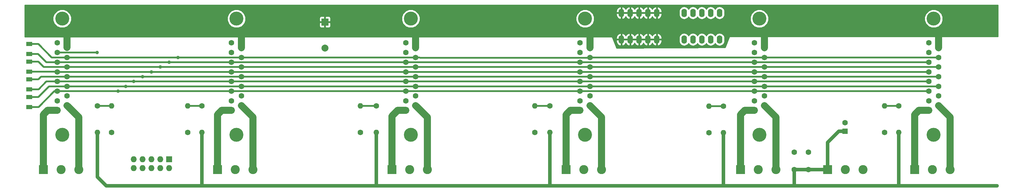
<source format=gbr>
G04 #@! TF.GenerationSoftware,KiCad,Pcbnew,(5.0.0-rc2-dev-444-g2974a2c10)*
G04 #@! TF.CreationDate,2018-06-15T13:24:22+02:00*
G04 #@! TF.ProjectId,BackplanePCB_solder,4261636B706C616E655043425F736F6C,rev?*
G04 #@! TF.SameCoordinates,Original*
G04 #@! TF.FileFunction,Copper,L1,Top,Signal*
G04 #@! TF.FilePolarity,Positive*
%FSLAX46Y46*%
G04 Gerber Fmt 4.6, Leading zero omitted, Abs format (unit mm)*
G04 Created by KiCad (PCBNEW (5.0.0-rc2-dev-444-g2974a2c10)) date 06/15/18 13:24:22*
%MOMM*%
%LPD*%
G01*
G04 APERTURE LIST*
%ADD10O,1.600000X2.400000*%
%ADD11R,1.600000X1.600000*%
%ADD12C,1.600000*%
%ADD13C,4.000000*%
%ADD14C,2.600000*%
%ADD15R,2.600000X2.600000*%
%ADD16R,1.727200X1.727200*%
%ADD17O,1.727200X1.727200*%
%ADD18O,1.600000X1.600000*%
%ADD19R,2.000000X2.000000*%
%ADD20C,2.000000*%
%ADD21R,1.800000X1.220000*%
%ADD22C,1.000000*%
%ADD23C,0.500000*%
%ADD24C,2.000000*%
%ADD25C,1.000000*%
%ADD26C,0.254000*%
G04 APERTURE END LIST*
D10*
X260000000Y-179000000D03*
X249840000Y-186620000D03*
X257460000Y-179000000D03*
X252380000Y-186620000D03*
X254920000Y-179000000D03*
X254920000Y-186620000D03*
X252380000Y-179000000D03*
X257460000Y-186620000D03*
X249840000Y-179000000D03*
X260000000Y-186620000D03*
X242000000Y-186620000D03*
X231840000Y-179000000D03*
X239460000Y-186620000D03*
X234380000Y-179000000D03*
X236920000Y-186620000D03*
X236920000Y-179000000D03*
X234380000Y-186620000D03*
X239460000Y-179000000D03*
X231840000Y-186620000D03*
X242000000Y-179000000D03*
D11*
X70000000Y-207000000D03*
D12*
X70000000Y-204230000D03*
X70000000Y-201460000D03*
X70000000Y-198690000D03*
X70000000Y-195920000D03*
X70000000Y-193150000D03*
X70000000Y-190380000D03*
X70000000Y-187610000D03*
X72840000Y-205615000D03*
X72840000Y-202845000D03*
X72840000Y-200075000D03*
X72840000Y-197305000D03*
X72840000Y-194535000D03*
X72840000Y-191765000D03*
X72840000Y-188995000D03*
D13*
X71420000Y-180655000D03*
X71420000Y-213955000D03*
D14*
X301160000Y-224000000D03*
X296080000Y-224000000D03*
D15*
X291000000Y-224000000D03*
D16*
X102108000Y-220980000D03*
D17*
X102108000Y-223520000D03*
X99568000Y-220980000D03*
X99568000Y-223520000D03*
X97028000Y-220980000D03*
X97028000Y-223520000D03*
X94488000Y-220980000D03*
X94488000Y-223520000D03*
X91948000Y-220980000D03*
X91948000Y-223520000D03*
D11*
X320000000Y-207000000D03*
D12*
X320000000Y-204230000D03*
X320000000Y-201460000D03*
X320000000Y-198690000D03*
X320000000Y-195920000D03*
X320000000Y-193150000D03*
X320000000Y-190380000D03*
X320000000Y-187610000D03*
X322840000Y-205615000D03*
X322840000Y-202845000D03*
X322840000Y-200075000D03*
X322840000Y-197305000D03*
X322840000Y-194535000D03*
X322840000Y-191765000D03*
X322840000Y-188995000D03*
D13*
X321420000Y-180655000D03*
X321420000Y-213955000D03*
X271420000Y-213955000D03*
X271420000Y-180655000D03*
D12*
X272840000Y-188995000D03*
X272840000Y-191765000D03*
X272840000Y-194535000D03*
X272840000Y-197305000D03*
X272840000Y-200075000D03*
X272840000Y-202845000D03*
X272840000Y-205615000D03*
X270000000Y-187610000D03*
X270000000Y-190380000D03*
X270000000Y-193150000D03*
X270000000Y-195920000D03*
X270000000Y-198690000D03*
X270000000Y-201460000D03*
X270000000Y-204230000D03*
D11*
X270000000Y-207000000D03*
X220000000Y-207000000D03*
D12*
X220000000Y-204230000D03*
X220000000Y-201460000D03*
X220000000Y-198690000D03*
X220000000Y-195920000D03*
X220000000Y-193150000D03*
X220000000Y-190380000D03*
X220000000Y-187610000D03*
X222840000Y-205615000D03*
X222840000Y-202845000D03*
X222840000Y-200075000D03*
X222840000Y-197305000D03*
X222840000Y-194535000D03*
X222840000Y-191765000D03*
X222840000Y-188995000D03*
D13*
X221420000Y-180655000D03*
X221420000Y-213955000D03*
X171420000Y-213955000D03*
X171420000Y-180655000D03*
D12*
X172840000Y-188995000D03*
X172840000Y-191765000D03*
X172840000Y-194535000D03*
X172840000Y-197305000D03*
X172840000Y-200075000D03*
X172840000Y-202845000D03*
X172840000Y-205615000D03*
X170000000Y-187610000D03*
X170000000Y-190380000D03*
X170000000Y-193150000D03*
X170000000Y-195920000D03*
X170000000Y-198690000D03*
X170000000Y-201460000D03*
X170000000Y-204230000D03*
D11*
X170000000Y-207000000D03*
X120000000Y-207000000D03*
D12*
X120000000Y-204230000D03*
X120000000Y-201460000D03*
X120000000Y-198690000D03*
X120000000Y-195920000D03*
X120000000Y-193150000D03*
X120000000Y-190380000D03*
X120000000Y-187610000D03*
X122840000Y-205615000D03*
X122840000Y-202845000D03*
X122840000Y-200075000D03*
X122840000Y-197305000D03*
X122840000Y-194535000D03*
X122840000Y-191765000D03*
X122840000Y-188995000D03*
D13*
X121420000Y-180655000D03*
X121420000Y-213955000D03*
D15*
X216000000Y-224000000D03*
D14*
X221080000Y-224000000D03*
X226160000Y-224000000D03*
D15*
X66000000Y-224000000D03*
D14*
X71080000Y-224000000D03*
X76160000Y-224000000D03*
D15*
X316000000Y-224000000D03*
D14*
X321080000Y-224000000D03*
X326160000Y-224000000D03*
D15*
X166000000Y-224000000D03*
D14*
X171080000Y-224000000D03*
X176160000Y-224000000D03*
X276160000Y-224000000D03*
X271080000Y-224000000D03*
D15*
X266000000Y-224000000D03*
D14*
X126160000Y-224000000D03*
X121080000Y-224000000D03*
D15*
X116000000Y-224000000D03*
D18*
X311404000Y-213314000D03*
D12*
X311404000Y-205694000D03*
D18*
X307340000Y-205694000D03*
D12*
X307340000Y-213314000D03*
X261112000Y-205740000D03*
D18*
X261112000Y-213360000D03*
X257000000Y-205740000D03*
D12*
X257000000Y-213360000D03*
X211328000Y-205694000D03*
D18*
X211328000Y-213314000D03*
D12*
X207010000Y-213314000D03*
D18*
X207010000Y-205694000D03*
X161544000Y-213314000D03*
D12*
X161544000Y-205694000D03*
X156972000Y-213314000D03*
D18*
X156972000Y-205694000D03*
X111506000Y-213314000D03*
D12*
X111506000Y-205694000D03*
X107442000Y-213314000D03*
D18*
X107442000Y-205694000D03*
X81534000Y-213314000D03*
D12*
X81534000Y-205694000D03*
X85598000Y-213314000D03*
D18*
X85598000Y-205694000D03*
D12*
X285496000Y-224000000D03*
X285496000Y-219000000D03*
X281432000Y-218948000D03*
X281432000Y-223948000D03*
D11*
X296000000Y-213000000D03*
D12*
X296000000Y-210500000D03*
D19*
X146812000Y-181610000D03*
D20*
X146812000Y-189110000D03*
D21*
X62008000Y-203132000D03*
X62008000Y-205992000D03*
X62008000Y-200912000D03*
X62008000Y-198052000D03*
X62008000Y-192972000D03*
X62008000Y-195832000D03*
X62008000Y-190752000D03*
X62008000Y-187892000D03*
D22*
X104648000Y-191765000D03*
X102108000Y-193150000D03*
X99568000Y-194535000D03*
X97028000Y-195920000D03*
X94488000Y-197305000D03*
X91948000Y-198690000D03*
X89662000Y-200075000D03*
X87503000Y-201460000D03*
X81414000Y-190380000D03*
D23*
X111506000Y-205694000D02*
X107442000Y-205694000D01*
X85598000Y-205694000D02*
X81534000Y-205694000D01*
X122840000Y-191765000D02*
X172840000Y-191765000D01*
X222708000Y-191897000D02*
X222840000Y-191765000D01*
X174103370Y-191897000D02*
X222708000Y-191897000D01*
X173971370Y-191765000D02*
X174103370Y-191897000D01*
X172840000Y-191765000D02*
X173971370Y-191765000D01*
X270465002Y-191765000D02*
X272840000Y-191765000D01*
X222840000Y-191765000D02*
X270465002Y-191765000D01*
X320465002Y-191765000D02*
X322840000Y-191765000D01*
X272840000Y-191765000D02*
X320465002Y-191765000D01*
X72840000Y-191765000D02*
X101092000Y-191765000D01*
X104648000Y-191765000D02*
X122840000Y-191765000D01*
X101092000Y-191765000D02*
X104648000Y-191765000D01*
X71708630Y-191765000D02*
X72840000Y-191765000D01*
X68448000Y-191765000D02*
X71708630Y-191765000D01*
X62008000Y-187892000D02*
X64575000Y-187892000D01*
X64575000Y-187892000D02*
X68448000Y-191765000D01*
X120000000Y-193150000D02*
X170000000Y-193150000D01*
X220000000Y-193150000D02*
X170000000Y-193150000D01*
X220000000Y-193150000D02*
X270000000Y-193150000D01*
X320000000Y-193150000D02*
X270000000Y-193150000D01*
X103124000Y-193150000D02*
X120000000Y-193150000D01*
X70000000Y-193150000D02*
X101092000Y-193150000D01*
X101092000Y-193150000D02*
X102108000Y-193150000D01*
X102108000Y-193150000D02*
X103124000Y-193150000D01*
X68868630Y-193150000D02*
X70000000Y-193150000D01*
X66912000Y-193150000D02*
X68868630Y-193150000D01*
X62008000Y-190752000D02*
X64514000Y-190752000D01*
X64514000Y-190752000D02*
X66912000Y-193150000D01*
X170465002Y-194535000D02*
X172840000Y-194535000D01*
X122840000Y-194535000D02*
X170465002Y-194535000D01*
X172840000Y-194535000D02*
X222840000Y-194535000D01*
X222840000Y-194535000D02*
X272840000Y-194535000D01*
X272840000Y-194535000D02*
X322840000Y-194535000D01*
X72840000Y-194535000D02*
X98552000Y-194535000D01*
X98552000Y-194535000D02*
X99568000Y-194535000D01*
X99568000Y-194535000D02*
X122840000Y-194535000D01*
X71708630Y-194535000D02*
X72840000Y-194535000D01*
X66138000Y-194535000D02*
X71708630Y-194535000D01*
X62008000Y-192972000D02*
X64575000Y-192972000D01*
X64575000Y-192972000D02*
X66138000Y-194535000D01*
X70000000Y-195920000D02*
X73305002Y-195920000D01*
X69912000Y-195832000D02*
X70000000Y-195920000D01*
X62008000Y-195832000D02*
X69912000Y-195832000D01*
X120000000Y-195920000D02*
X170000000Y-195920000D01*
X172374998Y-195920000D02*
X170000000Y-195920000D01*
X220000000Y-195920000D02*
X172374998Y-195920000D01*
X220000000Y-195920000D02*
X270000000Y-195920000D01*
X320000000Y-195920000D02*
X270000000Y-195920000D01*
X105156000Y-195920000D02*
X120000000Y-195920000D01*
X73305002Y-195920000D02*
X96012000Y-195920000D01*
X96012000Y-195920000D02*
X97028000Y-195920000D01*
X97028000Y-195920000D02*
X105156000Y-195920000D01*
X120465002Y-197305000D02*
X122840000Y-197305000D01*
X122840000Y-197305000D02*
X172840000Y-197305000D01*
X220465002Y-197305000D02*
X222840000Y-197305000D01*
X172840000Y-197305000D02*
X220465002Y-197305000D01*
X270465002Y-197305000D02*
X272840000Y-197305000D01*
X222840000Y-197305000D02*
X270465002Y-197305000D01*
X272840000Y-197305000D02*
X322840000Y-197305000D01*
X96012000Y-197305000D02*
X120465002Y-197305000D01*
X72840000Y-197305000D02*
X93472000Y-197305000D01*
X93472000Y-197305000D02*
X94488000Y-197305000D01*
X94488000Y-197305000D02*
X96012000Y-197305000D01*
X71708630Y-197305000D02*
X72840000Y-197305000D01*
X65331000Y-197305000D02*
X71708630Y-197305000D01*
X62008000Y-198052000D02*
X64584000Y-198052000D01*
X64584000Y-198052000D02*
X65331000Y-197305000D01*
X121131370Y-198690000D02*
X170000000Y-198690000D01*
X120000000Y-198690000D02*
X121131370Y-198690000D01*
X170000000Y-198690000D02*
X220000000Y-198690000D01*
X220000000Y-198690000D02*
X270000000Y-198690000D01*
X320000000Y-198690000D02*
X270000000Y-198690000D01*
X70000000Y-198690000D02*
X87630000Y-198690000D01*
X87630000Y-198690000D02*
X90932000Y-198690000D01*
X90932000Y-198690000D02*
X91948000Y-198690000D01*
X91948000Y-198690000D02*
X120000000Y-198690000D01*
X66867000Y-198690000D02*
X70000000Y-198690000D01*
X62008000Y-200912000D02*
X64645000Y-200912000D01*
X64645000Y-200912000D02*
X66867000Y-198690000D01*
X71708630Y-200075000D02*
X72840000Y-200075000D01*
X67641000Y-200075000D02*
X71708630Y-200075000D01*
X62008000Y-203132000D02*
X64584000Y-203132000D01*
X64584000Y-203132000D02*
X67641000Y-200075000D01*
X122840000Y-200075000D02*
X172840000Y-200075000D01*
X222840000Y-200075000D02*
X172840000Y-200075000D01*
X222840000Y-200075000D02*
X272840000Y-200075000D01*
X272840000Y-200075000D02*
X322840000Y-200075000D01*
X89129410Y-200075000D02*
X89128600Y-200075810D01*
X89127790Y-200075000D02*
X89128600Y-200075810D01*
X72840000Y-200075000D02*
X89127790Y-200075000D01*
X122840000Y-200075000D02*
X89662000Y-200075000D01*
X89662000Y-200075000D02*
X89129410Y-200075000D01*
X120000000Y-201460000D02*
X170000000Y-201460000D01*
X171131370Y-201460000D02*
X220000000Y-201460000D01*
X170000000Y-201460000D02*
X171131370Y-201460000D01*
X220000000Y-201460000D02*
X270000000Y-201460000D01*
X320000000Y-201460000D02*
X270000000Y-201460000D01*
X89408000Y-201460000D02*
X120000000Y-201460000D01*
X70000000Y-201460000D02*
X87426800Y-201460000D01*
X87503000Y-201460000D02*
X89408000Y-201460000D01*
X87426800Y-201460000D02*
X87503000Y-201460000D01*
X69177000Y-201460000D02*
X70000000Y-201460000D01*
X62008000Y-205992000D02*
X64645000Y-205992000D01*
X64645000Y-205992000D02*
X69177000Y-201460000D01*
D24*
X72840000Y-184658000D02*
X72840000Y-188929990D01*
X122840000Y-188995000D02*
X122840000Y-184658000D01*
X122840000Y-184658000D02*
X72840000Y-184658000D01*
X172840000Y-187863630D02*
X172840000Y-188995000D01*
X122840000Y-184658000D02*
X172840000Y-184658000D01*
X172840000Y-184658000D02*
X172840000Y-187863630D01*
X222840000Y-187863630D02*
X222840000Y-188995000D01*
X172840000Y-184658000D02*
X222840000Y-184658000D01*
X222840000Y-184658000D02*
X222840000Y-187863630D01*
X272840000Y-187863630D02*
X272840000Y-188995000D01*
X227330000Y-184658000D02*
X228854000Y-183134000D01*
X222840000Y-184658000D02*
X227330000Y-184658000D01*
X228854000Y-183134000D02*
X264414000Y-183134000D01*
X264414000Y-183134000D02*
X265938000Y-184658000D01*
X265938000Y-184658000D02*
X272840000Y-184658000D01*
X272840000Y-184658000D02*
X272840000Y-187863630D01*
X322840000Y-187863630D02*
X322840000Y-188995000D01*
X272840000Y-184658000D02*
X322840000Y-184658000D01*
X322840000Y-184658000D02*
X322840000Y-187863630D01*
D25*
X291000000Y-224000000D02*
X285496000Y-224000000D01*
X285444000Y-223948000D02*
X285496000Y-224000000D01*
X291000000Y-221700000D02*
X291000000Y-224000000D01*
X291000000Y-216200000D02*
X291000000Y-221700000D01*
X294200000Y-213000000D02*
X291000000Y-216200000D01*
X296000000Y-213000000D02*
X294200000Y-213000000D01*
X161544000Y-214445370D02*
X161544000Y-213314000D01*
X161544000Y-228600000D02*
X161544000Y-214445370D01*
X281432000Y-223948000D02*
X281432000Y-228473000D01*
X281432000Y-228473000D02*
X281305000Y-228600000D01*
X111506000Y-213314000D02*
X111506000Y-228600000D01*
X111506000Y-228600000D02*
X161544000Y-228600000D01*
X211328000Y-214445370D02*
X211328000Y-228600000D01*
X211328000Y-213314000D02*
X211328000Y-214445370D01*
X211328000Y-228600000D02*
X161544000Y-228600000D01*
X281432000Y-223948000D02*
X283464000Y-223948000D01*
X283464000Y-223948000D02*
X285444000Y-223948000D01*
X311404000Y-228600000D02*
X281305000Y-228600000D01*
X311404000Y-213314000D02*
X311404000Y-228600000D01*
X84074000Y-228600000D02*
X111506000Y-228600000D01*
X81534000Y-213314000D02*
X81534000Y-226060000D01*
X81534000Y-226060000D02*
X84074000Y-228600000D01*
X261112000Y-214491370D02*
X261112000Y-228600000D01*
X261112000Y-213360000D02*
X261112000Y-214491370D01*
X281305000Y-228600000D02*
X261112000Y-228600000D01*
X261112000Y-228600000D02*
X211328000Y-228600000D01*
X339598000Y-228600000D02*
X311404000Y-228600000D01*
D24*
X317200000Y-207000000D02*
X320000000Y-207000000D01*
X316000000Y-208200000D02*
X317200000Y-207000000D01*
X316000000Y-224000000D02*
X316000000Y-208200000D01*
D23*
X307340000Y-205694000D02*
X311404000Y-205694000D01*
D24*
X326160000Y-208935000D02*
X322840000Y-205615000D01*
X326160000Y-224000000D02*
X326160000Y-208935000D01*
X276160000Y-208935000D02*
X272840000Y-205615000D01*
X276160000Y-224000000D02*
X276160000Y-208935000D01*
D23*
X261112000Y-205740000D02*
X256540000Y-205740000D01*
D24*
X267200000Y-207000000D02*
X270000000Y-207000000D01*
X266000000Y-208200000D02*
X267200000Y-207000000D01*
X266000000Y-224000000D02*
X266000000Y-208200000D01*
X217200000Y-207000000D02*
X220000000Y-207000000D01*
X216000000Y-208200000D02*
X217200000Y-207000000D01*
X216000000Y-224000000D02*
X216000000Y-208200000D01*
D23*
X207010000Y-205694000D02*
X211328000Y-205694000D01*
D24*
X226160000Y-208935000D02*
X226160000Y-224000000D01*
X222840000Y-205615000D02*
X226160000Y-208935000D01*
X176160000Y-208935000D02*
X176160000Y-224000000D01*
X172840000Y-205615000D02*
X176160000Y-208935000D01*
D23*
X156972000Y-205694000D02*
X161544000Y-205694000D01*
D24*
X166000000Y-208650000D02*
X166000000Y-224000000D01*
X170000000Y-207000000D02*
X167650000Y-207000000D01*
X167650000Y-207000000D02*
X166000000Y-208650000D01*
X117200000Y-207000000D02*
X120000000Y-207000000D01*
X116000000Y-208200000D02*
X117200000Y-207000000D01*
X116000000Y-224000000D02*
X116000000Y-208200000D01*
X126160000Y-208935000D02*
X126160000Y-224000000D01*
X122840000Y-205615000D02*
X126160000Y-208935000D01*
X66000000Y-220700000D02*
X66000000Y-224000000D01*
X66000000Y-208200000D02*
X66000000Y-220700000D01*
X67200000Y-207000000D02*
X66000000Y-208200000D01*
X70000000Y-207000000D02*
X67200000Y-207000000D01*
D23*
X70000000Y-190380000D02*
X81414000Y-190380000D01*
D24*
X76160000Y-208935000D02*
X76160000Y-224000000D01*
X72840000Y-205615000D02*
X76160000Y-208935000D01*
D26*
G36*
X339873000Y-185824429D02*
X262925508Y-185804772D01*
X262876905Y-185814427D01*
X262835696Y-185841947D01*
X262807284Y-185885300D01*
X261595650Y-188966860D01*
X230464381Y-189102622D01*
X229538177Y-186747000D01*
X230405000Y-186747000D01*
X230405000Y-187147000D01*
X230562834Y-187686483D01*
X230915104Y-188124500D01*
X231408181Y-188394367D01*
X231490961Y-188411904D01*
X231713000Y-188289915D01*
X231713000Y-186747000D01*
X231967000Y-186747000D01*
X231967000Y-188289915D01*
X232189039Y-188411904D01*
X232271819Y-188394367D01*
X232764896Y-188124500D01*
X233110000Y-187695393D01*
X233455104Y-188124500D01*
X233948181Y-188394367D01*
X234030961Y-188411904D01*
X234253000Y-188289915D01*
X234253000Y-186747000D01*
X234507000Y-186747000D01*
X234507000Y-188289915D01*
X234729039Y-188411904D01*
X234811819Y-188394367D01*
X235304896Y-188124500D01*
X235650000Y-187695393D01*
X235995104Y-188124500D01*
X236488181Y-188394367D01*
X236570961Y-188411904D01*
X236793000Y-188289915D01*
X236793000Y-186747000D01*
X237047000Y-186747000D01*
X237047000Y-188289915D01*
X237269039Y-188411904D01*
X237351819Y-188394367D01*
X237844896Y-188124500D01*
X238190000Y-187695393D01*
X238535104Y-188124500D01*
X239028181Y-188394367D01*
X239110961Y-188411904D01*
X239333000Y-188289915D01*
X239333000Y-186747000D01*
X239587000Y-186747000D01*
X239587000Y-188289915D01*
X239809039Y-188411904D01*
X239891819Y-188394367D01*
X240384896Y-188124500D01*
X240730000Y-187695393D01*
X241075104Y-188124500D01*
X241568181Y-188394367D01*
X241650961Y-188411904D01*
X241873000Y-188289915D01*
X241873000Y-186747000D01*
X242127000Y-186747000D01*
X242127000Y-188289915D01*
X242349039Y-188411904D01*
X242431819Y-188394367D01*
X242924896Y-188124500D01*
X243277166Y-187686483D01*
X243435000Y-187147000D01*
X243435000Y-186747000D01*
X242127000Y-186747000D01*
X241873000Y-186747000D01*
X239587000Y-186747000D01*
X239333000Y-186747000D01*
X237047000Y-186747000D01*
X236793000Y-186747000D01*
X234507000Y-186747000D01*
X234253000Y-186747000D01*
X231967000Y-186747000D01*
X231713000Y-186747000D01*
X230405000Y-186747000D01*
X229538177Y-186747000D01*
X229281031Y-186093000D01*
X230405000Y-186093000D01*
X230405000Y-186493000D01*
X231713000Y-186493000D01*
X231713000Y-184950085D01*
X231967000Y-184950085D01*
X231967000Y-186493000D01*
X234253000Y-186493000D01*
X234253000Y-184950085D01*
X234507000Y-184950085D01*
X234507000Y-186493000D01*
X236793000Y-186493000D01*
X236793000Y-184950085D01*
X237047000Y-184950085D01*
X237047000Y-186493000D01*
X239333000Y-186493000D01*
X239333000Y-184950085D01*
X239587000Y-184950085D01*
X239587000Y-186493000D01*
X241873000Y-186493000D01*
X241873000Y-184950085D01*
X242127000Y-184950085D01*
X242127000Y-186493000D01*
X243435000Y-186493000D01*
X243435000Y-186093000D01*
X243430807Y-186078667D01*
X248405000Y-186078667D01*
X248405000Y-187161332D01*
X248488260Y-187579908D01*
X248805423Y-188054576D01*
X249280091Y-188371740D01*
X249840000Y-188483113D01*
X250399908Y-188371740D01*
X250874576Y-188054577D01*
X251110000Y-187702241D01*
X251345423Y-188054576D01*
X251820091Y-188371740D01*
X252380000Y-188483113D01*
X252939908Y-188371740D01*
X253414576Y-188054577D01*
X253650000Y-187702241D01*
X253885423Y-188054576D01*
X254360091Y-188371740D01*
X254920000Y-188483113D01*
X255479908Y-188371740D01*
X255954576Y-188054577D01*
X256190000Y-187702241D01*
X256425423Y-188054576D01*
X256900091Y-188371740D01*
X257460000Y-188483113D01*
X258019908Y-188371740D01*
X258494576Y-188054577D01*
X258730000Y-187702241D01*
X258965423Y-188054576D01*
X259440091Y-188371740D01*
X260000000Y-188483113D01*
X260559908Y-188371740D01*
X261034576Y-188054577D01*
X261351740Y-187579909D01*
X261435000Y-187161333D01*
X261435000Y-186078668D01*
X261351740Y-185660091D01*
X261034577Y-185185423D01*
X260559909Y-184868260D01*
X260000000Y-184756887D01*
X259440092Y-184868260D01*
X258965424Y-185185423D01*
X258730000Y-185537759D01*
X258494577Y-185185423D01*
X258019909Y-184868260D01*
X257460000Y-184756887D01*
X256900092Y-184868260D01*
X256425424Y-185185423D01*
X256190000Y-185537759D01*
X255954577Y-185185423D01*
X255479909Y-184868260D01*
X254920000Y-184756887D01*
X254360092Y-184868260D01*
X253885424Y-185185423D01*
X253650000Y-185537759D01*
X253414577Y-185185423D01*
X252939909Y-184868260D01*
X252380000Y-184756887D01*
X251820092Y-184868260D01*
X251345424Y-185185423D01*
X251110000Y-185537759D01*
X250874577Y-185185423D01*
X250399909Y-184868260D01*
X249840000Y-184756887D01*
X249280092Y-184868260D01*
X248805424Y-185185423D01*
X248488260Y-185660091D01*
X248405000Y-186078667D01*
X243430807Y-186078667D01*
X243277166Y-185553517D01*
X242924896Y-185115500D01*
X242431819Y-184845633D01*
X242349039Y-184828096D01*
X242127000Y-184950085D01*
X241873000Y-184950085D01*
X241650961Y-184828096D01*
X241568181Y-184845633D01*
X241075104Y-185115500D01*
X240730000Y-185544607D01*
X240384896Y-185115500D01*
X239891819Y-184845633D01*
X239809039Y-184828096D01*
X239587000Y-184950085D01*
X239333000Y-184950085D01*
X239110961Y-184828096D01*
X239028181Y-184845633D01*
X238535104Y-185115500D01*
X238190000Y-185544607D01*
X237844896Y-185115500D01*
X237351819Y-184845633D01*
X237269039Y-184828096D01*
X237047000Y-184950085D01*
X236793000Y-184950085D01*
X236570961Y-184828096D01*
X236488181Y-184845633D01*
X235995104Y-185115500D01*
X235650000Y-185544607D01*
X235304896Y-185115500D01*
X234811819Y-184845633D01*
X234729039Y-184828096D01*
X234507000Y-184950085D01*
X234253000Y-184950085D01*
X234030961Y-184828096D01*
X233948181Y-184845633D01*
X233455104Y-185115500D01*
X233110000Y-185544607D01*
X232764896Y-185115500D01*
X232271819Y-184845633D01*
X232189039Y-184828096D01*
X231967000Y-184950085D01*
X231713000Y-184950085D01*
X231490961Y-184828096D01*
X231408181Y-184845633D01*
X230915104Y-185115500D01*
X230562834Y-185553517D01*
X230405000Y-186093000D01*
X229281031Y-186093000D01*
X229226192Y-185953528D01*
X229199411Y-185911835D01*
X229158714Y-185883565D01*
X229108000Y-185873000D01*
X60710000Y-185873000D01*
X60710000Y-180130866D01*
X68785000Y-180130866D01*
X68785000Y-181179134D01*
X69186155Y-182147608D01*
X69927392Y-182888845D01*
X70895866Y-183290000D01*
X71944134Y-183290000D01*
X72912608Y-182888845D01*
X73653845Y-182147608D01*
X74055000Y-181179134D01*
X74055000Y-180130866D01*
X118785000Y-180130866D01*
X118785000Y-181179134D01*
X119186155Y-182147608D01*
X119927392Y-182888845D01*
X120895866Y-183290000D01*
X121944134Y-183290000D01*
X122912608Y-182888845D01*
X123653845Y-182147608D01*
X123758167Y-181895750D01*
X145177000Y-181895750D01*
X145177000Y-182736309D01*
X145273673Y-182969698D01*
X145452301Y-183148327D01*
X145685690Y-183245000D01*
X146526250Y-183245000D01*
X146685000Y-183086250D01*
X146685000Y-181737000D01*
X146939000Y-181737000D01*
X146939000Y-183086250D01*
X147097750Y-183245000D01*
X147938310Y-183245000D01*
X148171699Y-183148327D01*
X148350327Y-182969698D01*
X148447000Y-182736309D01*
X148447000Y-181895750D01*
X148288250Y-181737000D01*
X146939000Y-181737000D01*
X146685000Y-181737000D01*
X145335750Y-181737000D01*
X145177000Y-181895750D01*
X123758167Y-181895750D01*
X124055000Y-181179134D01*
X124055000Y-180483691D01*
X145177000Y-180483691D01*
X145177000Y-181324250D01*
X145335750Y-181483000D01*
X146685000Y-181483000D01*
X146685000Y-180133750D01*
X146939000Y-180133750D01*
X146939000Y-181483000D01*
X148288250Y-181483000D01*
X148447000Y-181324250D01*
X148447000Y-180483691D01*
X148350327Y-180250302D01*
X148230892Y-180130866D01*
X168785000Y-180130866D01*
X168785000Y-181179134D01*
X169186155Y-182147608D01*
X169927392Y-182888845D01*
X170895866Y-183290000D01*
X171944134Y-183290000D01*
X172912608Y-182888845D01*
X173653845Y-182147608D01*
X174055000Y-181179134D01*
X174055000Y-180130866D01*
X218785000Y-180130866D01*
X218785000Y-181179134D01*
X219186155Y-182147608D01*
X219927392Y-182888845D01*
X220895866Y-183290000D01*
X221944134Y-183290000D01*
X222912608Y-182888845D01*
X223653845Y-182147608D01*
X224055000Y-181179134D01*
X224055000Y-180130866D01*
X223653845Y-179162392D01*
X223618453Y-179127000D01*
X230405000Y-179127000D01*
X230405000Y-179527000D01*
X230562834Y-180066483D01*
X230915104Y-180504500D01*
X231408181Y-180774367D01*
X231490961Y-180791904D01*
X231713000Y-180669915D01*
X231713000Y-179127000D01*
X231967000Y-179127000D01*
X231967000Y-180669915D01*
X232189039Y-180791904D01*
X232271819Y-180774367D01*
X232764896Y-180504500D01*
X233110000Y-180075393D01*
X233455104Y-180504500D01*
X233948181Y-180774367D01*
X234030961Y-180791904D01*
X234253000Y-180669915D01*
X234253000Y-179127000D01*
X234507000Y-179127000D01*
X234507000Y-180669915D01*
X234729039Y-180791904D01*
X234811819Y-180774367D01*
X235304896Y-180504500D01*
X235650000Y-180075393D01*
X235995104Y-180504500D01*
X236488181Y-180774367D01*
X236570961Y-180791904D01*
X236793000Y-180669915D01*
X236793000Y-179127000D01*
X237047000Y-179127000D01*
X237047000Y-180669915D01*
X237269039Y-180791904D01*
X237351819Y-180774367D01*
X237844896Y-180504500D01*
X238190000Y-180075393D01*
X238535104Y-180504500D01*
X239028181Y-180774367D01*
X239110961Y-180791904D01*
X239333000Y-180669915D01*
X239333000Y-179127000D01*
X239587000Y-179127000D01*
X239587000Y-180669915D01*
X239809039Y-180791904D01*
X239891819Y-180774367D01*
X240384896Y-180504500D01*
X240730000Y-180075393D01*
X241075104Y-180504500D01*
X241568181Y-180774367D01*
X241650961Y-180791904D01*
X241873000Y-180669915D01*
X241873000Y-179127000D01*
X242127000Y-179127000D01*
X242127000Y-180669915D01*
X242349039Y-180791904D01*
X242431819Y-180774367D01*
X242924896Y-180504500D01*
X243277166Y-180066483D01*
X243435000Y-179527000D01*
X243435000Y-179127000D01*
X242127000Y-179127000D01*
X241873000Y-179127000D01*
X239587000Y-179127000D01*
X239333000Y-179127000D01*
X237047000Y-179127000D01*
X236793000Y-179127000D01*
X234507000Y-179127000D01*
X234253000Y-179127000D01*
X231967000Y-179127000D01*
X231713000Y-179127000D01*
X230405000Y-179127000D01*
X223618453Y-179127000D01*
X222964453Y-178473000D01*
X230405000Y-178473000D01*
X230405000Y-178873000D01*
X231713000Y-178873000D01*
X231713000Y-177330085D01*
X231967000Y-177330085D01*
X231967000Y-178873000D01*
X234253000Y-178873000D01*
X234253000Y-177330085D01*
X234507000Y-177330085D01*
X234507000Y-178873000D01*
X236793000Y-178873000D01*
X236793000Y-177330085D01*
X237047000Y-177330085D01*
X237047000Y-178873000D01*
X239333000Y-178873000D01*
X239333000Y-177330085D01*
X239587000Y-177330085D01*
X239587000Y-178873000D01*
X241873000Y-178873000D01*
X241873000Y-177330085D01*
X242127000Y-177330085D01*
X242127000Y-178873000D01*
X243435000Y-178873000D01*
X243435000Y-178473000D01*
X243430807Y-178458667D01*
X248405000Y-178458667D01*
X248405000Y-179541332D01*
X248488260Y-179959908D01*
X248805423Y-180434576D01*
X249280091Y-180751740D01*
X249840000Y-180863113D01*
X250399908Y-180751740D01*
X250874576Y-180434577D01*
X251110000Y-180082241D01*
X251345423Y-180434576D01*
X251820091Y-180751740D01*
X252380000Y-180863113D01*
X252939908Y-180751740D01*
X253414576Y-180434577D01*
X253650000Y-180082241D01*
X253885423Y-180434576D01*
X254360091Y-180751740D01*
X254920000Y-180863113D01*
X255479908Y-180751740D01*
X255954576Y-180434577D01*
X256190000Y-180082241D01*
X256425423Y-180434576D01*
X256900091Y-180751740D01*
X257460000Y-180863113D01*
X258019908Y-180751740D01*
X258494576Y-180434577D01*
X258730000Y-180082241D01*
X258965423Y-180434576D01*
X259440091Y-180751740D01*
X260000000Y-180863113D01*
X260559908Y-180751740D01*
X261034576Y-180434577D01*
X261237509Y-180130866D01*
X268785000Y-180130866D01*
X268785000Y-181179134D01*
X269186155Y-182147608D01*
X269927392Y-182888845D01*
X270895866Y-183290000D01*
X271944134Y-183290000D01*
X272912608Y-182888845D01*
X273653845Y-182147608D01*
X274055000Y-181179134D01*
X274055000Y-180130866D01*
X318785000Y-180130866D01*
X318785000Y-181179134D01*
X319186155Y-182147608D01*
X319927392Y-182888845D01*
X320895866Y-183290000D01*
X321944134Y-183290000D01*
X322912608Y-182888845D01*
X323653845Y-182147608D01*
X324055000Y-181179134D01*
X324055000Y-180130866D01*
X323653845Y-179162392D01*
X322912608Y-178421155D01*
X321944134Y-178020000D01*
X320895866Y-178020000D01*
X319927392Y-178421155D01*
X319186155Y-179162392D01*
X318785000Y-180130866D01*
X274055000Y-180130866D01*
X273653845Y-179162392D01*
X272912608Y-178421155D01*
X271944134Y-178020000D01*
X270895866Y-178020000D01*
X269927392Y-178421155D01*
X269186155Y-179162392D01*
X268785000Y-180130866D01*
X261237509Y-180130866D01*
X261351740Y-179959909D01*
X261435000Y-179541333D01*
X261435000Y-178458668D01*
X261351740Y-178040091D01*
X261034577Y-177565423D01*
X260559909Y-177248260D01*
X260000000Y-177136887D01*
X259440092Y-177248260D01*
X258965424Y-177565423D01*
X258730000Y-177917759D01*
X258494577Y-177565423D01*
X258019909Y-177248260D01*
X257460000Y-177136887D01*
X256900092Y-177248260D01*
X256425424Y-177565423D01*
X256190000Y-177917759D01*
X255954577Y-177565423D01*
X255479909Y-177248260D01*
X254920000Y-177136887D01*
X254360092Y-177248260D01*
X253885424Y-177565423D01*
X253650000Y-177917759D01*
X253414577Y-177565423D01*
X252939909Y-177248260D01*
X252380000Y-177136887D01*
X251820092Y-177248260D01*
X251345424Y-177565423D01*
X251110000Y-177917759D01*
X250874577Y-177565423D01*
X250399909Y-177248260D01*
X249840000Y-177136887D01*
X249280092Y-177248260D01*
X248805424Y-177565423D01*
X248488260Y-178040091D01*
X248405000Y-178458667D01*
X243430807Y-178458667D01*
X243277166Y-177933517D01*
X242924896Y-177495500D01*
X242431819Y-177225633D01*
X242349039Y-177208096D01*
X242127000Y-177330085D01*
X241873000Y-177330085D01*
X241650961Y-177208096D01*
X241568181Y-177225633D01*
X241075104Y-177495500D01*
X240730000Y-177924607D01*
X240384896Y-177495500D01*
X239891819Y-177225633D01*
X239809039Y-177208096D01*
X239587000Y-177330085D01*
X239333000Y-177330085D01*
X239110961Y-177208096D01*
X239028181Y-177225633D01*
X238535104Y-177495500D01*
X238190000Y-177924607D01*
X237844896Y-177495500D01*
X237351819Y-177225633D01*
X237269039Y-177208096D01*
X237047000Y-177330085D01*
X236793000Y-177330085D01*
X236570961Y-177208096D01*
X236488181Y-177225633D01*
X235995104Y-177495500D01*
X235650000Y-177924607D01*
X235304896Y-177495500D01*
X234811819Y-177225633D01*
X234729039Y-177208096D01*
X234507000Y-177330085D01*
X234253000Y-177330085D01*
X234030961Y-177208096D01*
X233948181Y-177225633D01*
X233455104Y-177495500D01*
X233110000Y-177924607D01*
X232764896Y-177495500D01*
X232271819Y-177225633D01*
X232189039Y-177208096D01*
X231967000Y-177330085D01*
X231713000Y-177330085D01*
X231490961Y-177208096D01*
X231408181Y-177225633D01*
X230915104Y-177495500D01*
X230562834Y-177933517D01*
X230405000Y-178473000D01*
X222964453Y-178473000D01*
X222912608Y-178421155D01*
X221944134Y-178020000D01*
X220895866Y-178020000D01*
X219927392Y-178421155D01*
X219186155Y-179162392D01*
X218785000Y-180130866D01*
X174055000Y-180130866D01*
X173653845Y-179162392D01*
X172912608Y-178421155D01*
X171944134Y-178020000D01*
X170895866Y-178020000D01*
X169927392Y-178421155D01*
X169186155Y-179162392D01*
X168785000Y-180130866D01*
X148230892Y-180130866D01*
X148171699Y-180071673D01*
X147938310Y-179975000D01*
X147097750Y-179975000D01*
X146939000Y-180133750D01*
X146685000Y-180133750D01*
X146526250Y-179975000D01*
X145685690Y-179975000D01*
X145452301Y-180071673D01*
X145273673Y-180250302D01*
X145177000Y-180483691D01*
X124055000Y-180483691D01*
X124055000Y-180130866D01*
X123653845Y-179162392D01*
X122912608Y-178421155D01*
X121944134Y-178020000D01*
X120895866Y-178020000D01*
X119927392Y-178421155D01*
X119186155Y-179162392D01*
X118785000Y-180130866D01*
X74055000Y-180130866D01*
X73653845Y-179162392D01*
X72912608Y-178421155D01*
X71944134Y-178020000D01*
X70895866Y-178020000D01*
X69927392Y-178421155D01*
X69186155Y-179162392D01*
X68785000Y-180130866D01*
X60710000Y-180130866D01*
X60710000Y-176710000D01*
X339873000Y-176710000D01*
X339873000Y-185824429D01*
X339873000Y-185824429D01*
G37*
X339873000Y-185824429D02*
X262925508Y-185804772D01*
X262876905Y-185814427D01*
X262835696Y-185841947D01*
X262807284Y-185885300D01*
X261595650Y-188966860D01*
X230464381Y-189102622D01*
X229538177Y-186747000D01*
X230405000Y-186747000D01*
X230405000Y-187147000D01*
X230562834Y-187686483D01*
X230915104Y-188124500D01*
X231408181Y-188394367D01*
X231490961Y-188411904D01*
X231713000Y-188289915D01*
X231713000Y-186747000D01*
X231967000Y-186747000D01*
X231967000Y-188289915D01*
X232189039Y-188411904D01*
X232271819Y-188394367D01*
X232764896Y-188124500D01*
X233110000Y-187695393D01*
X233455104Y-188124500D01*
X233948181Y-188394367D01*
X234030961Y-188411904D01*
X234253000Y-188289915D01*
X234253000Y-186747000D01*
X234507000Y-186747000D01*
X234507000Y-188289915D01*
X234729039Y-188411904D01*
X234811819Y-188394367D01*
X235304896Y-188124500D01*
X235650000Y-187695393D01*
X235995104Y-188124500D01*
X236488181Y-188394367D01*
X236570961Y-188411904D01*
X236793000Y-188289915D01*
X236793000Y-186747000D01*
X237047000Y-186747000D01*
X237047000Y-188289915D01*
X237269039Y-188411904D01*
X237351819Y-188394367D01*
X237844896Y-188124500D01*
X238190000Y-187695393D01*
X238535104Y-188124500D01*
X239028181Y-188394367D01*
X239110961Y-188411904D01*
X239333000Y-188289915D01*
X239333000Y-186747000D01*
X239587000Y-186747000D01*
X239587000Y-188289915D01*
X239809039Y-188411904D01*
X239891819Y-188394367D01*
X240384896Y-188124500D01*
X240730000Y-187695393D01*
X241075104Y-188124500D01*
X241568181Y-188394367D01*
X241650961Y-188411904D01*
X241873000Y-188289915D01*
X241873000Y-186747000D01*
X242127000Y-186747000D01*
X242127000Y-188289915D01*
X242349039Y-188411904D01*
X242431819Y-188394367D01*
X242924896Y-188124500D01*
X243277166Y-187686483D01*
X243435000Y-187147000D01*
X243435000Y-186747000D01*
X242127000Y-186747000D01*
X241873000Y-186747000D01*
X239587000Y-186747000D01*
X239333000Y-186747000D01*
X237047000Y-186747000D01*
X236793000Y-186747000D01*
X234507000Y-186747000D01*
X234253000Y-186747000D01*
X231967000Y-186747000D01*
X231713000Y-186747000D01*
X230405000Y-186747000D01*
X229538177Y-186747000D01*
X229281031Y-186093000D01*
X230405000Y-186093000D01*
X230405000Y-186493000D01*
X231713000Y-186493000D01*
X231713000Y-184950085D01*
X231967000Y-184950085D01*
X231967000Y-186493000D01*
X234253000Y-186493000D01*
X234253000Y-184950085D01*
X234507000Y-184950085D01*
X234507000Y-186493000D01*
X236793000Y-186493000D01*
X236793000Y-184950085D01*
X237047000Y-184950085D01*
X237047000Y-186493000D01*
X239333000Y-186493000D01*
X239333000Y-184950085D01*
X239587000Y-184950085D01*
X239587000Y-186493000D01*
X241873000Y-186493000D01*
X241873000Y-184950085D01*
X242127000Y-184950085D01*
X242127000Y-186493000D01*
X243435000Y-186493000D01*
X243435000Y-186093000D01*
X243430807Y-186078667D01*
X248405000Y-186078667D01*
X248405000Y-187161332D01*
X248488260Y-187579908D01*
X248805423Y-188054576D01*
X249280091Y-188371740D01*
X249840000Y-188483113D01*
X250399908Y-188371740D01*
X250874576Y-188054577D01*
X251110000Y-187702241D01*
X251345423Y-188054576D01*
X251820091Y-188371740D01*
X252380000Y-188483113D01*
X252939908Y-188371740D01*
X253414576Y-188054577D01*
X253650000Y-187702241D01*
X253885423Y-188054576D01*
X254360091Y-188371740D01*
X254920000Y-188483113D01*
X255479908Y-188371740D01*
X255954576Y-188054577D01*
X256190000Y-187702241D01*
X256425423Y-188054576D01*
X256900091Y-188371740D01*
X257460000Y-188483113D01*
X258019908Y-188371740D01*
X258494576Y-188054577D01*
X258730000Y-187702241D01*
X258965423Y-188054576D01*
X259440091Y-188371740D01*
X260000000Y-188483113D01*
X260559908Y-188371740D01*
X261034576Y-188054577D01*
X261351740Y-187579909D01*
X261435000Y-187161333D01*
X261435000Y-186078668D01*
X261351740Y-185660091D01*
X261034577Y-185185423D01*
X260559909Y-184868260D01*
X260000000Y-184756887D01*
X259440092Y-184868260D01*
X258965424Y-185185423D01*
X258730000Y-185537759D01*
X258494577Y-185185423D01*
X258019909Y-184868260D01*
X257460000Y-184756887D01*
X256900092Y-184868260D01*
X256425424Y-185185423D01*
X256190000Y-185537759D01*
X255954577Y-185185423D01*
X255479909Y-184868260D01*
X254920000Y-184756887D01*
X254360092Y-184868260D01*
X253885424Y-185185423D01*
X253650000Y-185537759D01*
X253414577Y-185185423D01*
X252939909Y-184868260D01*
X252380000Y-184756887D01*
X251820092Y-184868260D01*
X251345424Y-185185423D01*
X251110000Y-185537759D01*
X250874577Y-185185423D01*
X250399909Y-184868260D01*
X249840000Y-184756887D01*
X249280092Y-184868260D01*
X248805424Y-185185423D01*
X248488260Y-185660091D01*
X248405000Y-186078667D01*
X243430807Y-186078667D01*
X243277166Y-185553517D01*
X242924896Y-185115500D01*
X242431819Y-184845633D01*
X242349039Y-184828096D01*
X242127000Y-184950085D01*
X241873000Y-184950085D01*
X241650961Y-184828096D01*
X241568181Y-184845633D01*
X241075104Y-185115500D01*
X240730000Y-185544607D01*
X240384896Y-185115500D01*
X239891819Y-184845633D01*
X239809039Y-184828096D01*
X239587000Y-184950085D01*
X239333000Y-184950085D01*
X239110961Y-184828096D01*
X239028181Y-184845633D01*
X238535104Y-185115500D01*
X238190000Y-185544607D01*
X237844896Y-185115500D01*
X237351819Y-184845633D01*
X237269039Y-184828096D01*
X237047000Y-184950085D01*
X236793000Y-184950085D01*
X236570961Y-184828096D01*
X236488181Y-184845633D01*
X235995104Y-185115500D01*
X235650000Y-185544607D01*
X235304896Y-185115500D01*
X234811819Y-184845633D01*
X234729039Y-184828096D01*
X234507000Y-184950085D01*
X234253000Y-184950085D01*
X234030961Y-184828096D01*
X233948181Y-184845633D01*
X233455104Y-185115500D01*
X233110000Y-185544607D01*
X232764896Y-185115500D01*
X232271819Y-184845633D01*
X232189039Y-184828096D01*
X231967000Y-184950085D01*
X231713000Y-184950085D01*
X231490961Y-184828096D01*
X231408181Y-184845633D01*
X230915104Y-185115500D01*
X230562834Y-185553517D01*
X230405000Y-186093000D01*
X229281031Y-186093000D01*
X229226192Y-185953528D01*
X229199411Y-185911835D01*
X229158714Y-185883565D01*
X229108000Y-185873000D01*
X60710000Y-185873000D01*
X60710000Y-180130866D01*
X68785000Y-180130866D01*
X68785000Y-181179134D01*
X69186155Y-182147608D01*
X69927392Y-182888845D01*
X70895866Y-183290000D01*
X71944134Y-183290000D01*
X72912608Y-182888845D01*
X73653845Y-182147608D01*
X74055000Y-181179134D01*
X74055000Y-180130866D01*
X118785000Y-180130866D01*
X118785000Y-181179134D01*
X119186155Y-182147608D01*
X119927392Y-182888845D01*
X120895866Y-183290000D01*
X121944134Y-183290000D01*
X122912608Y-182888845D01*
X123653845Y-182147608D01*
X123758167Y-181895750D01*
X145177000Y-181895750D01*
X145177000Y-182736309D01*
X145273673Y-182969698D01*
X145452301Y-183148327D01*
X145685690Y-183245000D01*
X146526250Y-183245000D01*
X146685000Y-183086250D01*
X146685000Y-181737000D01*
X146939000Y-181737000D01*
X146939000Y-183086250D01*
X147097750Y-183245000D01*
X147938310Y-183245000D01*
X148171699Y-183148327D01*
X148350327Y-182969698D01*
X148447000Y-182736309D01*
X148447000Y-181895750D01*
X148288250Y-181737000D01*
X146939000Y-181737000D01*
X146685000Y-181737000D01*
X145335750Y-181737000D01*
X145177000Y-181895750D01*
X123758167Y-181895750D01*
X124055000Y-181179134D01*
X124055000Y-180483691D01*
X145177000Y-180483691D01*
X145177000Y-181324250D01*
X145335750Y-181483000D01*
X146685000Y-181483000D01*
X146685000Y-180133750D01*
X146939000Y-180133750D01*
X146939000Y-181483000D01*
X148288250Y-181483000D01*
X148447000Y-181324250D01*
X148447000Y-180483691D01*
X148350327Y-180250302D01*
X148230892Y-180130866D01*
X168785000Y-180130866D01*
X168785000Y-181179134D01*
X169186155Y-182147608D01*
X169927392Y-182888845D01*
X170895866Y-183290000D01*
X171944134Y-183290000D01*
X172912608Y-182888845D01*
X173653845Y-182147608D01*
X174055000Y-181179134D01*
X174055000Y-180130866D01*
X218785000Y-180130866D01*
X218785000Y-181179134D01*
X219186155Y-182147608D01*
X219927392Y-182888845D01*
X220895866Y-183290000D01*
X221944134Y-183290000D01*
X222912608Y-182888845D01*
X223653845Y-182147608D01*
X224055000Y-181179134D01*
X224055000Y-180130866D01*
X223653845Y-179162392D01*
X223618453Y-179127000D01*
X230405000Y-179127000D01*
X230405000Y-179527000D01*
X230562834Y-180066483D01*
X230915104Y-180504500D01*
X231408181Y-180774367D01*
X231490961Y-180791904D01*
X231713000Y-180669915D01*
X231713000Y-179127000D01*
X231967000Y-179127000D01*
X231967000Y-180669915D01*
X232189039Y-180791904D01*
X232271819Y-180774367D01*
X232764896Y-180504500D01*
X233110000Y-180075393D01*
X233455104Y-180504500D01*
X233948181Y-180774367D01*
X234030961Y-180791904D01*
X234253000Y-180669915D01*
X234253000Y-179127000D01*
X234507000Y-179127000D01*
X234507000Y-180669915D01*
X234729039Y-180791904D01*
X234811819Y-180774367D01*
X235304896Y-180504500D01*
X235650000Y-180075393D01*
X235995104Y-180504500D01*
X236488181Y-180774367D01*
X236570961Y-180791904D01*
X236793000Y-180669915D01*
X236793000Y-179127000D01*
X237047000Y-179127000D01*
X237047000Y-180669915D01*
X237269039Y-180791904D01*
X237351819Y-180774367D01*
X237844896Y-180504500D01*
X238190000Y-180075393D01*
X238535104Y-180504500D01*
X239028181Y-180774367D01*
X239110961Y-180791904D01*
X239333000Y-180669915D01*
X239333000Y-179127000D01*
X239587000Y-179127000D01*
X239587000Y-180669915D01*
X239809039Y-180791904D01*
X239891819Y-180774367D01*
X240384896Y-180504500D01*
X240730000Y-180075393D01*
X241075104Y-180504500D01*
X241568181Y-180774367D01*
X241650961Y-180791904D01*
X241873000Y-180669915D01*
X241873000Y-179127000D01*
X242127000Y-179127000D01*
X242127000Y-180669915D01*
X242349039Y-180791904D01*
X242431819Y-180774367D01*
X242924896Y-180504500D01*
X243277166Y-180066483D01*
X243435000Y-179527000D01*
X243435000Y-179127000D01*
X242127000Y-179127000D01*
X241873000Y-179127000D01*
X239587000Y-179127000D01*
X239333000Y-179127000D01*
X237047000Y-179127000D01*
X236793000Y-179127000D01*
X234507000Y-179127000D01*
X234253000Y-179127000D01*
X231967000Y-179127000D01*
X231713000Y-179127000D01*
X230405000Y-179127000D01*
X223618453Y-179127000D01*
X222964453Y-178473000D01*
X230405000Y-178473000D01*
X230405000Y-178873000D01*
X231713000Y-178873000D01*
X231713000Y-177330085D01*
X231967000Y-177330085D01*
X231967000Y-178873000D01*
X234253000Y-178873000D01*
X234253000Y-177330085D01*
X234507000Y-177330085D01*
X234507000Y-178873000D01*
X236793000Y-178873000D01*
X236793000Y-177330085D01*
X237047000Y-177330085D01*
X237047000Y-178873000D01*
X239333000Y-178873000D01*
X239333000Y-177330085D01*
X239587000Y-177330085D01*
X239587000Y-178873000D01*
X241873000Y-178873000D01*
X241873000Y-177330085D01*
X242127000Y-177330085D01*
X242127000Y-178873000D01*
X243435000Y-178873000D01*
X243435000Y-178473000D01*
X243430807Y-178458667D01*
X248405000Y-178458667D01*
X248405000Y-179541332D01*
X248488260Y-179959908D01*
X248805423Y-180434576D01*
X249280091Y-180751740D01*
X249840000Y-180863113D01*
X250399908Y-180751740D01*
X250874576Y-180434577D01*
X251110000Y-180082241D01*
X251345423Y-180434576D01*
X251820091Y-180751740D01*
X252380000Y-180863113D01*
X252939908Y-180751740D01*
X253414576Y-180434577D01*
X253650000Y-180082241D01*
X253885423Y-180434576D01*
X254360091Y-180751740D01*
X254920000Y-180863113D01*
X255479908Y-180751740D01*
X255954576Y-180434577D01*
X256190000Y-180082241D01*
X256425423Y-180434576D01*
X256900091Y-180751740D01*
X257460000Y-180863113D01*
X258019908Y-180751740D01*
X258494576Y-180434577D01*
X258730000Y-180082241D01*
X258965423Y-180434576D01*
X259440091Y-180751740D01*
X260000000Y-180863113D01*
X260559908Y-180751740D01*
X261034576Y-180434577D01*
X261237509Y-180130866D01*
X268785000Y-180130866D01*
X268785000Y-181179134D01*
X269186155Y-182147608D01*
X269927392Y-182888845D01*
X270895866Y-183290000D01*
X271944134Y-183290000D01*
X272912608Y-182888845D01*
X273653845Y-182147608D01*
X274055000Y-181179134D01*
X274055000Y-180130866D01*
X318785000Y-180130866D01*
X318785000Y-181179134D01*
X319186155Y-182147608D01*
X319927392Y-182888845D01*
X320895866Y-183290000D01*
X321944134Y-183290000D01*
X322912608Y-182888845D01*
X323653845Y-182147608D01*
X324055000Y-181179134D01*
X324055000Y-180130866D01*
X323653845Y-179162392D01*
X322912608Y-178421155D01*
X321944134Y-178020000D01*
X320895866Y-178020000D01*
X319927392Y-178421155D01*
X319186155Y-179162392D01*
X318785000Y-180130866D01*
X274055000Y-180130866D01*
X273653845Y-179162392D01*
X272912608Y-178421155D01*
X271944134Y-178020000D01*
X270895866Y-178020000D01*
X269927392Y-178421155D01*
X269186155Y-179162392D01*
X268785000Y-180130866D01*
X261237509Y-180130866D01*
X261351740Y-179959909D01*
X261435000Y-179541333D01*
X261435000Y-178458668D01*
X261351740Y-178040091D01*
X261034577Y-177565423D01*
X260559909Y-177248260D01*
X260000000Y-177136887D01*
X259440092Y-177248260D01*
X258965424Y-177565423D01*
X258730000Y-177917759D01*
X258494577Y-177565423D01*
X258019909Y-177248260D01*
X257460000Y-177136887D01*
X256900092Y-177248260D01*
X256425424Y-177565423D01*
X256190000Y-177917759D01*
X255954577Y-177565423D01*
X255479909Y-177248260D01*
X254920000Y-177136887D01*
X254360092Y-177248260D01*
X253885424Y-177565423D01*
X253650000Y-177917759D01*
X253414577Y-177565423D01*
X252939909Y-177248260D01*
X252380000Y-177136887D01*
X251820092Y-177248260D01*
X251345424Y-177565423D01*
X251110000Y-177917759D01*
X250874577Y-177565423D01*
X250399909Y-177248260D01*
X249840000Y-177136887D01*
X249280092Y-177248260D01*
X248805424Y-177565423D01*
X248488260Y-178040091D01*
X248405000Y-178458667D01*
X243430807Y-178458667D01*
X243277166Y-177933517D01*
X242924896Y-177495500D01*
X242431819Y-177225633D01*
X242349039Y-177208096D01*
X242127000Y-177330085D01*
X241873000Y-177330085D01*
X241650961Y-177208096D01*
X241568181Y-177225633D01*
X241075104Y-177495500D01*
X240730000Y-177924607D01*
X240384896Y-177495500D01*
X239891819Y-177225633D01*
X239809039Y-177208096D01*
X239587000Y-177330085D01*
X239333000Y-177330085D01*
X239110961Y-177208096D01*
X239028181Y-177225633D01*
X238535104Y-177495500D01*
X238190000Y-177924607D01*
X237844896Y-177495500D01*
X237351819Y-177225633D01*
X237269039Y-177208096D01*
X237047000Y-177330085D01*
X236793000Y-177330085D01*
X236570961Y-177208096D01*
X236488181Y-177225633D01*
X235995104Y-177495500D01*
X235650000Y-177924607D01*
X235304896Y-177495500D01*
X234811819Y-177225633D01*
X234729039Y-177208096D01*
X234507000Y-177330085D01*
X234253000Y-177330085D01*
X234030961Y-177208096D01*
X233948181Y-177225633D01*
X233455104Y-177495500D01*
X233110000Y-177924607D01*
X232764896Y-177495500D01*
X232271819Y-177225633D01*
X232189039Y-177208096D01*
X231967000Y-177330085D01*
X231713000Y-177330085D01*
X231490961Y-177208096D01*
X231408181Y-177225633D01*
X230915104Y-177495500D01*
X230562834Y-177933517D01*
X230405000Y-178473000D01*
X222964453Y-178473000D01*
X222912608Y-178421155D01*
X221944134Y-178020000D01*
X220895866Y-178020000D01*
X219927392Y-178421155D01*
X219186155Y-179162392D01*
X218785000Y-180130866D01*
X174055000Y-180130866D01*
X173653845Y-179162392D01*
X172912608Y-178421155D01*
X171944134Y-178020000D01*
X170895866Y-178020000D01*
X169927392Y-178421155D01*
X169186155Y-179162392D01*
X168785000Y-180130866D01*
X148230892Y-180130866D01*
X148171699Y-180071673D01*
X147938310Y-179975000D01*
X147097750Y-179975000D01*
X146939000Y-180133750D01*
X146685000Y-180133750D01*
X146526250Y-179975000D01*
X145685690Y-179975000D01*
X145452301Y-180071673D01*
X145273673Y-180250302D01*
X145177000Y-180483691D01*
X124055000Y-180483691D01*
X124055000Y-180130866D01*
X123653845Y-179162392D01*
X122912608Y-178421155D01*
X121944134Y-178020000D01*
X120895866Y-178020000D01*
X119927392Y-178421155D01*
X119186155Y-179162392D01*
X118785000Y-180130866D01*
X74055000Y-180130866D01*
X73653845Y-179162392D01*
X72912608Y-178421155D01*
X71944134Y-178020000D01*
X70895866Y-178020000D01*
X69927392Y-178421155D01*
X69186155Y-179162392D01*
X68785000Y-180130866D01*
X60710000Y-180130866D01*
X60710000Y-176710000D01*
X339873000Y-176710000D01*
X339873000Y-185824429D01*
M02*

</source>
